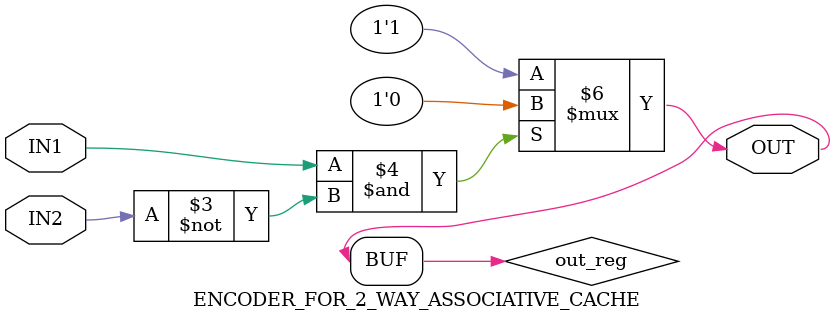
<source format=v>
`timescale 1ns / 1ps


module ENCODER_FOR_2_WAY_ASSOCIATIVE_CACHE #(
        parameter   HIGH    = 1'b1  ,
        parameter   LOW     = 1'b0
    ) (
        input       IN1             ,
        input       IN2             ,
        output      OUT             
    );
    
    reg     out_reg                 ;
    
    always@(*)
    begin
        if((IN1 == HIGH) & (IN2 == LOW))
        begin
            out_reg = LOW;
        end
        else 
        begin
            out_reg = HIGH;
        end
    end 
    
    assign OUT = out_reg;
    
endmodule

</source>
